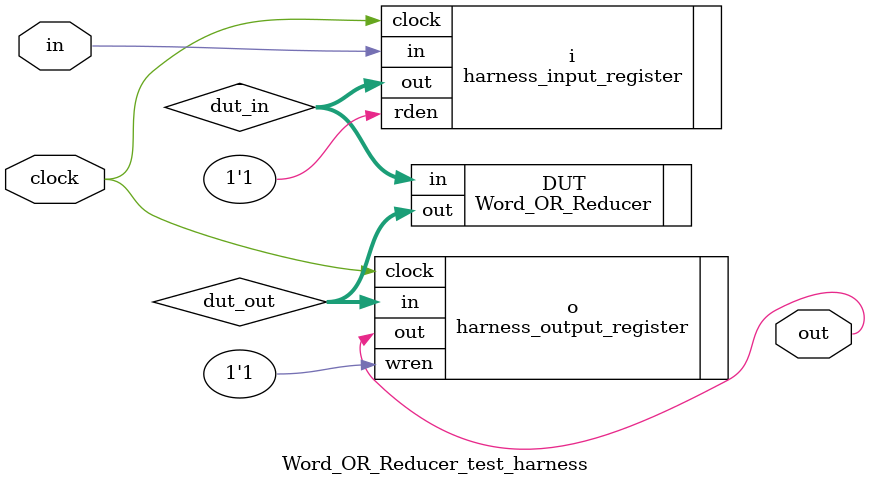
<source format=v>

module Word_OR_Reducer_test_harness
#(
    parameter   WORD_WIDTH = 36,
    parameter   WORD_COUNT = 16
)
(
    input   wire    clock,
    input   wire    in,
    output  wire    out
);

// --------------------------------------------------------------------
// --------------------------------------------------------------------

    wire [WORD_WIDTH*WORD_COUNT-1:0]    dut_in;
    wire [WORD_WIDTH-1:0]               dut_out;

    Word_OR_Reducer
    #(
        .WORD_WIDTH (WORD_WIDTH),
        .WORD_COUNT (WORD_COUNT)
    )
    DUT
    (
        .in         (dut_in),
        .out        (dut_out)
    );

// --------------------------------------------------------------------
// --------------------------------------------------------------------

    // Tie-off and register inputs and outputs to get a valid timing analysis.

    harness_input_register
    #(
        .WIDTH  (WORD_WIDTH*WORD_COUNT)
    )
    i
    (
        .clock  (clock),    
        .in     (in),
        .rden   (1'b1),
        .out    ({dut_in})
    );


    harness_output_register 
    #(
        .WIDTH  (WORD_WIDTH)
    )
    o
    (
        .clock  (clock),
        .in     ({dut_out}),
        .wren   (1'b1),
        .out    (out)
    );

endmodule


</source>
